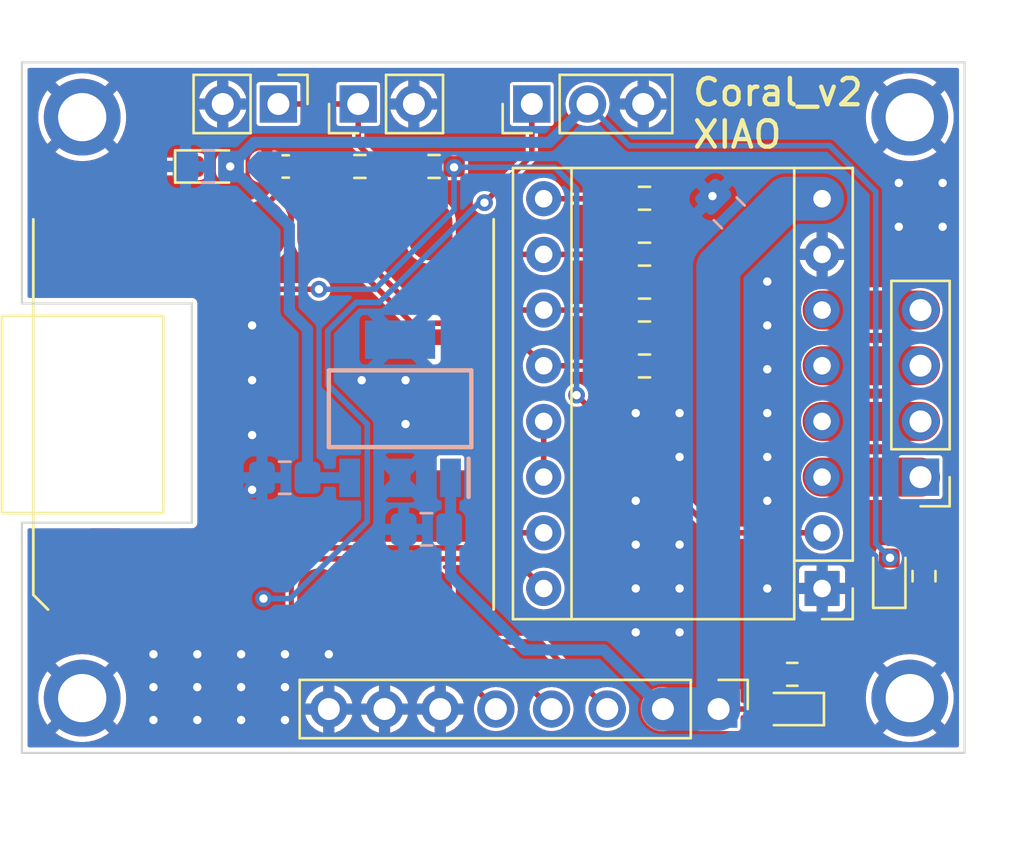
<source format=kicad_pcb>
(kicad_pcb (version 20221018) (generator pcbnew)
  (layers (0 "F.Cu" signal) (31 "B.Cu" signal) (34 "B.Paste" user) (35 "F.Paste" user) (36 "B.SilkS" user "B.Silkscreen") (37 "F.SilkS" user "F.Silkscreen") (38 "B.Mask" user) (39 "F.Mask" user) (44 "Edge.Cuts" user))
  (net 0 "")
  (net 1 "GND")
  (net 2 "VPP")
  (net 3 "LIMIT_SW_0")
  (net 4 "Net-(D4-K)")
  (net 5 "/A4988_Module/M_EN")
  (net 6 "MS1")
  (net 7 "MS2")
  (net 8 "MS3")
  (net 9 "STEP")
  (net 10 "DIR")
  (net 11 "1B")
  (net 12 "1A")
  (net 13 "+3V3")
  (net 14 "2A")
  (net 15 "Net-(D1-K)")
  (net 16 "2B")
  (net 17 "Net-(J6-Pin_1)")
  (net 18 "PWM_S")
  (net 19 "SCL")
  (net 20 "SDA")
  (net 21 "Net-(D2-K)")
  (net 22 "VCC")
  (net 23 "GPIO")
  (net 25 "Net-(A1-~{RESET})")
  (footprint "Resistor_SMD:R_0603_1608Metric_Pad0.98x0.95mm_HandSolder" (layer "F.Cu") (at 140.8 62.75 180)
    (fp_text reference "R11" hide)
    (fp_text value "10K")
    (fp_line (start -0.254724 -0.5225) (end 0.254724 -0.5225) (stroke (width 0.12)) (layer "F.SilkS"))
    (fp_line (start -0.254724 0.5225) (end 0.254724 0.5225) (stroke (width 0.12)) (layer "F.SilkS"))
    (pad "1" smd roundrect (at -0.9125 0 180) (size 0.975 0.95) (layers "F.Cu" "F.Paste" "F.Mask") (net 13 "+3V3"))
    (pad "2" smd roundrect (at 0.9125 0 180) (size 0.975 0.95) (layers "F.Cu" "F.Paste" "F.Mask") (net 17 "Net-(J6-Pin_1)"))
  )
  (footprint "Connector_PinHeader_2.54mm:PinHeader_1x03_P2.54mm_Vertical" (layer "F.Cu") (at 145.26 59.9 90)
    (fp_text reference "J3" hide)
    (fp_text value "Servo")
    (fp_line (start -1.33 -1.33) (end 0 -1.33) (stroke (width 0.12)) (layer "F.SilkS"))
    (fp_line (start -1.33 0) (end -1.33 -1.33) (stroke (width 0.12)) (layer "F.SilkS"))
    (fp_line (start -1.33 1.27) (end -1.33 6.41) (stroke (width 0.12)) (layer "F.SilkS"))
    (fp_line (start -1.33 1.27) (end 1.33 1.27) (stroke (width 0.12)) (layer "F.SilkS"))
    (fp_line (start -1.33 6.41) (end 1.33 6.41) (stroke (width 0.12)) (layer "F.SilkS"))
    (fp_line (start 1.33 1.27) (end 1.33 6.41) (stroke (width 0.12)) (layer "F.SilkS"))
    (pad "1" thru_hole rect (at 0 0 90) (size 1.7 1.7) (drill 1) (layers "*.Cu" "*.Mask") (net 18 "PWM_S"))
    (pad "2" thru_hole oval (at 0 2.54 90) (size 1.7 1.7) (drill 1) (layers "*.Cu" "*.Mask") (net 22 "VCC"))
    (pad "3" thru_hole oval (at 0 5.08 90) (size 1.7 1.7) (drill 1) (layers "*.Cu" "*.Mask") (net 1 "GND"))
  )
  (footprint "Mylib:MOUDLE14P-SMD-2.54-21X17.8MM" (layer "F.Cu") (at 143.51925 82.9605 90)
    (fp_text reference "U1" hide)
    (fp_text value "MOUDLE-SEEEDUINO-XIAO")
    (fp_line (start 0 0) (end 17.8 0) (stroke (width 0.127)) (layer "F.SilkS"))
    (fp_line (start 0.671541 -21) (end 0 -20.3285) (stroke (width 0.127)) (layer "F.SilkS"))
    (fp_line (start 4.396 -15.072) (end 4.396 -22.425) (stroke (width 0.127)) (layer "F.SilkS"))
    (fp_line (start 4.4 -22.424) (end 13.395 -22.424) (stroke (width 0.127)) (layer "F.SilkS"))
    (fp_line (start 13.395 -22.424) (end 13.395 -15.072) (stroke (width 0.127)) (layer "F.SilkS"))
    (fp_line (start 13.395 -15.072) (end 4.396 -15.072) (stroke (width 0.127)) (layer "F.SilkS"))
    (fp_line (start 17.8 -21) (end 0.671541 -21) (stroke (width 0.127)) (layer "F.SilkS"))
    (pad "1" smd roundrect (at 0.5 -18.12 90) (size 2.75 2) (layers "F.Cu" "F.Paste" "F.Mask") (roundrect_rratio 0.5) (net 9 "STEP"))
    (pad "2" smd roundrect (at 0.5 -15.58 90) (size 2.75 2) (layers "F.Cu" "F.Paste" "F.Mask") (roundrect_rratio 0.5) (net 10 "DIR"))
    (pad "3" smd roundrect (at 0.5 -13.04 90) (size 2.75 2) (layers "F.Cu" "F.Paste" "F.Mask") (roundrect_rratio 0.5))
    (pad "4" smd roundrect (at 0.5 -10.5 90) (size 2.75 2) (layers "F.Cu" "F.Paste" "F.Mask") (roundrect_rratio 0.5) (net 18 "PWM_S"))
    (pad "5" smd roundrect (at 0.5 -7.96 90) (size 2.75 2) (layers "F.Cu" "F.Paste" "F.Mask") (roundrect_rratio 0.5) (net 20 "SDA"))
    (pad "6" smd roundrect (at 0.5 -5.42 90) (size 2.75 2) (layers "F.Cu" "F.Paste" "F.Mask") (roundrect_rratio 0.5) (net 19 "SCL"))
    (pad "7" smd roundrect (at 0.5 -2.88 90) (size 2.75 2) (layers "F.Cu" "F.Paste" "F.Mask") (roundrect_rratio 0.5) (net 23 "GPIO"))
    (pad "8" smd roundrect (at 17.3 -2.88 90) (size 2.75 2) (layers "F.Cu" "F.Paste" "F.Mask") (roundrect_rratio 0.5) (net 6 "MS1"))
    (pad "9" smd roundrect (at 17.3 -5.42 90) (size 2.75 2) (layers "F.Cu" "F.Paste" "F.Mask") (roundrect_rratio 0.5) (net 7 "MS2"))
    (pad "10" smd roundrect (at 17.3 -7.96 90) (size 2.75 2) (layers "F.Cu" "F.Paste" "F.Mask") (roundrect_rratio 0.5) (net 8 "MS3"))
    (pad "11" smd roundrect (at 17.3 -10.5 90) (size 2.75 2) (layers "F.Cu" "F.Paste" "F.Mask") (roundrect_rratio 0.5) (net 3 "LIMIT_SW_0"))
    (pad "12" smd roundrect (at 17.3 -13.04 90) (size 2.75 2) (layers "F.Cu" "F.Paste" "F.Mask") (roundrect_rratio 0.5) (net 13 "+3V3"))
    (pad "13" smd roundrect (at 17.3 -15.58 90) (size 2.75 2) (layers "F.Cu" "F.Paste" "F.Mask") (roundrect_rratio 0.5) (net 1 "GND"))
    (pad "14" smd roundrect (at 17.3 -18.12 90) (size 2.75 2) (layers "F.Cu" "F.Paste" "F.Mask") (roundrect_rratio 0.5) (net 21 "Net-(D2-K)"))
    (zone (net 0) (net_name "") (layer "F.Cu") (connect_pads (clearance 0)) (min_thickness 0.01)
      (keepout (tracks not_allowed) (vias not_allowed) (pads not_allowed) (copperpour not_allowed) (footprints allowed))
      (fill (thermal_gap 0.508) (thermal_bridge_width 0.508))
      (polygon (pts (xy 122.43725 70.6415) (xy 122.43725 68.8635) (xy 125.10425 68.8635) (xy 125.10425 70.6415)))
    )
    (zone (net 0) (net_name "") (layer "F.Cu") (connect_pads (clearance 0)) (min_thickness 0.01)
      (keepout (tracks not_allowed) (vias not_allowed) (pads not_allowed) (copperpour not_allowed) (footprints allowed))
      (fill (thermal_gap 0.508) (thermal_bridge_width 0.508))
      (polygon (pts (xy 122.43725 79.2775) (xy 122.43725 77.4995) (xy 125.10425 77.4995) (xy 125.10425 79.2775)))
    )
    (zone (net 0) (net_name "") (layer "F.Cu") (connect_pads (clearance 0)) (min_thickness 0.01)
      (keepout (tracks not_allowed) (vias not_allowed) (pads not_allowed) (copperpour not_allowed) (footprints allowed))
      (fill (thermal_gap 0.508) (thermal_bridge_width 0.508))
      (polygon (pts (xy 123.19925 76.6105) (xy 123.19925 71.5305) (xy 127.64425 71.5305) (xy 127.64425 76.6105)))
    )
    (zone (net 0) (net_name "") (layer "F.Cu") (connect_pads (clearance 0)) (min_thickness 0.01)
      (keepout (tracks not_allowed) (vias not_allowed) (pads not_allowed) (copperpour not_allowed) (footprints allowed))
      (fill (thermal_gap 0.508) (thermal_bridge_width 0.508))
      (polygon (pts (xy 126.50125 70.6415) (xy 126.50125 68.8635) (xy 129.16825 68.8635) (xy 129.16825 70.6415)))
    )
    (zone (net 0) (net_name "") (layer "F.Cu") (connect_pads (clearance 0)) (min_thickness 0.01)
      (keepout (tracks not_allowed) (vias not_allowed) (pads not_allowed) (copperpour not_allowed) (footprints allowed))
      (fill (thermal_gap 0.508) (thermal_bridge_width 0.508))
      (polygon (pts (xy 126.50125 79.2775) (xy 126.50125 77.4995) (xy 129.16825 77.4995) (xy 129.16825 79.2775)))
    )
    (zone (net 0) (net_name "") (layer "F.Cu") (connect_pads (clearance 0)) (min_thickness 0.01)
      (keepout (tracks not_allowed) (vias not_allowed) (pads not_allowed) (copperpour not_allowed) (footprints allowed))
      (fill (thermal_gap 0.508) (thermal_bridge_width 0.508))
      (polygon (pts (xy 140.34425 76.6105) (xy 140.34425 70.8955) (xy 142.88425 70.8955) (xy 142.88425 76.6105)))
    )
  )
  (footprint "Resistor_SMD:R_0603_1608Metric_Pad0.98x0.95mm_HandSolder" (layer "F.Cu") (at 150.4 64.2)
    (fp_text reference "R1" hide)
    (fp_text value "499K")
    (fp_line (start -0.254724 -0.5225) (end 0.254724 -0.5225) (stroke (width 0.12)) (layer "F.SilkS"))
    (fp_line (start -0.254724 0.5225) (end 0.254724 0.5225) (stroke (width 0.12)) (layer "F.SilkS"))
    (pad "1" smd roundrect (at -0.9125 0) (size 0.975 0.95) (layers "F.Cu" "F.Paste" "F.Mask") (net 5 "/A4988_Module/M_EN"))
    (pad "2" smd roundrect (at 0.9125 0) (size 0.975 0.95) (layers "F.Cu" "F.Paste" "F.Mask") (net 1 "GND"))
  )
  (footprint "MountingHole:MountingHole_2.2mm_M2_ISO7380_Pad" (layer "F.Cu") (at 162.5 87)
    (fp_text reference "H3" hide)
    (fp_text value "M2")
    (pad "1" thru_hole circle (at 0 0) (size 3.5 3.5) (drill 2.2) (layers "*.Cu" "*.Mask") (net 1 "GND"))
  )
  (footprint "Resistor_SMD:R_0603_1608Metric_Pad0.98x0.95mm_HandSolder" (layer "F.Cu") (at 137.416666 62.75)
    (fp_text reference "R12" hide)
    (fp_text value "100")
    (fp_line (start -0.254724 -0.5225) (end 0.254724 -0.5225) (stroke (width 0.12)) (layer "F.SilkS"))
    (fp_line (start -0.254724 0.5225) (end 0.254724 0.5225) (stroke (width 0.12)) (layer "F.SilkS"))
    (pad "1" smd roundrect (at -0.9125 0) (size 0.975 0.95) (layers "F.Cu" "F.Paste" "F.Mask") (net 3 "LIMIT_SW_0"))
    (pad "2" smd roundrect (at 0.9125 0) (size 0.975 0.95) (layers "F.Cu" "F.Paste" "F.Mask") (net 17 "Net-(J6-Pin_1)"))
  )
  (footprint "Connector_PinHeader_2.54mm:PinHeader_1x02_P2.54mm_Vertical" (layer "F.Cu") (at 137.34 59.9 90)
    (fp_text reference "J7" hide)
    (fp_text value "Limit Switch")
    (fp_line (start -1.33 -1.33) (end 0 -1.33) (stroke (width 0.12)) (layer "F.SilkS"))
    (fp_line (start -1.33 0) (end -1.33 -1.33) (stroke (width 0.12)) (layer "F.SilkS"))
    (fp_line (start -1.33 1.27) (end -1.33 3.87) (stroke (width 0.12)) (layer "F.SilkS"))
    (fp_line (start -1.33 1.27) (end 1.33 1.27) (stroke (width 0.12)) (layer "F.SilkS"))
    (fp_line (start -1.33 3.87) (end 1.33 3.87) (stroke (width 0.12)) (layer "F.SilkS"))
    (fp_line (start 1.33 1.27) (end 1.33 3.87) (stroke (width 0.12)) (layer "F.SilkS"))
    (pad "1" thru_hole rect (at 0 0 90) (size 1.7 1.7) (drill 1) (layers "*.Cu" "*.Mask") (net 17 "Net-(J6-Pin_1)"))
    (pad "2" thru_hole oval (at 0 2.54 90) (size 1.7 1.7) (drill 1) (layers "*.Cu" "*.Mask") (net 1 "GND"))
  )
  (footprint "Resistor_SMD:R_0603_1608Metric_Pad0.98x0.95mm_HandSolder" (layer "F.Cu") (at 150.4 71.85)
    (fp_text reference "R4" hide)
    (fp_text value "10K")
    (fp_line (start -0.254724 -0.5225) (end 0.254724 -0.5225) (stroke (width 0.12)) (layer "F.SilkS"))
    (fp_line (start -0.254724 0.5225) (end 0.254724 0.5225) (stroke (width 0.12)) (layer "F.SilkS"))
    (pad "1" smd roundrect (at -0.9125 0) (size 0.975 0.95) (layers "F.Cu" "F.Paste" "F.Mask") (net 8 "MS3"))
    (pad "2" smd roundrect (at 0.9125 0) (size 0.975 0.95) (layers "F.Cu" "F.Paste" "F.Mask") (net 1 "GND"))
  )
  (footprint "LED_SMD:LED_0603_1608Metric" (layer "F.Cu") (at 161.566667 81.4 90)
    (fp_text reference "D1" hide)
    (fp_text value "LED_Small_Filled")
    (fp_line (start -1.485 -0.735) (end -1.485 0.735) (stroke (width 0.12)) (layer "F.SilkS"))
    (fp_line (start -1.485 0.735) (end 0.8 0.735) (stroke (width 0.12)) (layer "F.SilkS"))
    (fp_line (start 0.8 -0.735) (end -1.485 -0.735) (stroke (width 0.12)) (layer "F.SilkS"))
    (pad "1" smd roundrect (at -0.7875 0 90) (size 0.875 0.95) (layers "F.Cu" "F.Paste" "F.Mask") (net 15 "Net-(D1-K)"))
    (pad "2" smd roundrect (at 0.7875 0 90) (size 0.875 0.95) (layers "F.Cu" "F.Paste" "F.Mask") (net 22 "VCC"))
  )
  (footprint "Module:Pololu_Breakout-16_15.2x20.3mm" (layer "F.Cu") (at 158.5 82 180)
    (fp_text reference "A1" hide)
    (fp_text value "Pololu_Breakout_A4988")
    (fp_line (start -1.4 -1.4) (end -1.4 0) (stroke (width 0.12)) (layer "F.SilkS"))
    (fp_line (start -1.4 1.27) (end -1.4 19.18) (stroke (width 0.12)) (layer "F.SilkS"))
    (fp_line (start -1.4 19.18) (end 14.1 19.18) (stroke (width 0.12)) (layer "F.SilkS"))
    (fp_line (start 0 -1.4) (end -1.4 -1.4) (stroke (width 0.12)) (layer "F.SilkS"))
    (fp_line (start 1.27 -1.4) (end 1.27 1.27) (stroke (width 0.12)) (layer "F.SilkS"))
    (fp_line (start 1.27 1.27) (end -1.4 1.27) (stroke (width 0.12)) (layer "F.SilkS"))
    (fp_line (start 1.27 1.27) (end 1.27 19.18) (stroke (width 0.12)) (layer "F.SilkS"))
    (fp_line (start 11.43 -1.4) (end 11.43 19.18) (stroke (width 0.12)) (layer "F.SilkS"))
    (fp_line (start 14.1 -1.4) (end 1.27 -1.4) (stroke (width 0.12)) (layer "F.SilkS"))
    (fp_line (start 14.1 19.18) (end 14.1 -1.4) (stroke (width 0.12)) (layer "F.SilkS"))
    (pad "1" thru_hole rect (at 0 0 180) (size 1.6 1.6) (drill 0.8) (layers "*.Cu" "*.Mask") (net 1 "GND"))
    (pad "2" thru_hole oval (at 0 2.54 180) (size 1.6 1.6) (drill 0.8) (layers "*.Cu" "*.Mask") (net 13 "+3V3"))
    (pad "3" thru_hole oval (at 0 5.08 180) (size 1.6 1.6) (drill 0.8) (layers "*.Cu" "*.Mask") (net 11 "1B"))
    (pad "4" thru_hole oval (at 0 7.62 180) (size 1.6 1.6) (drill 0.8) (layers "*.Cu" "*.Mask") (net 12 "1A"))
    (pad "5" thru_hole oval (at 0 10.16 180) (size 1.6 1.6) (drill 0.8) (layers "*.Cu" "*.Mask") (net 14 "2A"))
    (pad "6" thru_hole oval (at 0 12.7 180) (size 1.6 1.6) (drill 0.8) (layers "*.Cu" "*.Mask") (net 16 "2B"))
    (pad "7" thru_hole oval (at 0 15.24 180) (size 1.6 1.6) (drill 0.8) (layers "*.Cu" "*.Mask") (net 1 "GND"))
    (pad "8" thru_hole oval (at 0 17.78 180) (size 1.6 1.6) (drill 0.8) (layers "*.Cu" "*.Mask") (net 2 "VPP"))
    (pad "9" thru_hole oval (at 12.7 17.78 180) (size 1.6 1.6) (drill 0.8) (layers "*.Cu" "*.Mask") (net 5 "/A4988_Module/M_EN"))
    (pad "10" thru_hole oval (at 12.7 15.24 180) (size 1.6 1.6) (drill 0.8) (layers "*.Cu" "*.Mask") (net 6 "MS1"))
    (pad "11" thru_hole oval (at 12.7 12.7 180) (size 1.6 1.6) (drill 0.8) (layers "*.Cu" "*.Mask") (net 7 "MS2"))
    (pad "12" thru_hole oval (at 12.7 10.16 180) (size 1.6 1.6) (drill 0.8) (layers "*.Cu" "*.Mask") (net 8 "MS3"))
    (pad "13" thru_hole oval (at 12.7 7.62 180) (size 1.6 1.6) (drill 0.8) (layers "*.Cu" "*.Mask") (net 25 "Net-(A1-~{RESET})"))
    (pad "14" thru_hole oval (at 12.7 5.08 180) (size 1.6 1.6) (drill 0.8) (layers "*.Cu" "*.Mask") (net 25 "Net-(A1-~{RESET})"))
    (pad "15" thru_hole oval (at 12.7 2.54 180) (size 1.6 1.6) (drill 0.8) (layers "*.Cu" "*.Mask") (net 9 "STEP"))
    (pad "16" thru_hole oval (at 12.7 0 180) (size 1.6 1.6) (drill 0.8) (layers "*.Cu" "*.Mask") (net 10 "DIR"))
  )
  (footprint "Diode_SMD:D_0603_1608Metric_Pad1.05x0.95mm_HandSolder" (layer "F.Cu") (at 130.65 62.75)
    (fp_text reference "D2" hide)
    (fp_text value "Schottky")
    (fp_line (start -1.66 -0.735) (end -1.66 0.735) (stroke (width 0.12)) (layer "F.SilkS"))
    (fp_line (start -1.66 0.735) (end 0.8 0.735) (stroke (width 0.12)) (layer "F.SilkS"))
    (fp_line (start 0.8 -0.735) (end -1.66 -0.735) (stroke (width 0.12)) (layer "F.SilkS"))
    (pad "1" smd roundrect (at -0.875 0) (size 1.05 0.95) (layers "F.Cu" "F.Paste" "F.Mask") (net 21 "Net-(D2-K)"))
    (pad "2" smd roundrect (at 0.875 0) (size 1.05 0.95) (layers "F.Cu" "F.Paste" "F.Mask") (net 22 "VCC"))
  )
  (footprint "Connector_PinHeader_2.54mm:PinHeader_1x02_P2.54mm_Vertical" (layer "F.Cu") (at 133.7 59.9 -90)
    (fp_text reference "J6" hide)
    (fp_text value "Limit Switch")
    (fp_line (start -1.33 -1.33) (end 0 -1.33) (stroke (width 0.12)) (layer "F.SilkS"))
    (fp_line (start -1.33 0) (end -1.33 -1.33) (stroke (width 0.12)) (layer "F.SilkS"))
    (fp_line (start -1.33 1.27) (end -1.33 3.87) (stroke (width 0.12)) (layer "F.SilkS"))
    (fp_line (start -1.33 1.27) (end 1.33 1.27) (stroke (width 0.12)) (layer "F.SilkS"))
    (fp_line (start -1.33 3.87) (end 1.33 3.87) (stroke (width 0.12)) (layer "F.SilkS"))
    (fp_line (start 1.33 1.27) (end 1.33 3.87) (stroke (width 0.12)) (layer "F.SilkS"))
    (pad "1" thru_hole rect (at 0 0 270) (size 1.7 1.7) (drill 1) (layers "*.Cu" "*.Mask") (net 17 "Net-(J6-Pin_1)"))
    (pad "2" thru_hole oval (at 0 2.54 270) (size 1.7 1.7) (drill 1) (layers "*.Cu" "*.Mask") (net 1 "GND"))
  )
  (footprint "Resistor_SMD:R_0603_1608Metric" (layer "F.Cu") (at 157.14 85.916666 180)
    (fp_text reference "R10" hide)
    (fp_text value "10k")
    (fp_line (start -0.237258 -0.5225) (end 0.237258 -0.5225) (stroke (width 0.12)) (layer "F.SilkS"))
    (fp_line (start -0.237258 0.5225) (end 0.237258 0.5225) (stroke (width 0.12)) (layer "F.SilkS"))
    (pad "1" smd roundrect (at -0.825 0 180) (size 0.8 0.95) (layers "F.Cu" "F.Paste" "F.Mask") (net 4 "Net-(D4-K)"))
    (pad "2" smd roundrect (at 0.825 0 180) (size 0.8 0.95) (layers "F.Cu" "F.Paste" "F.Mask") (net 1 "GND"))
  )
  (footprint "Resistor_SMD:R_0603_1608Metric" (layer "F.Cu") (at 163.15 81.44 90)
    (fp_text reference "R8" hide)
    (fp_text value "10k")
    (fp_line (start -0.237258 -0.5225) (end 0.237258 -0.5225) (stroke (width 0.12)) (layer "F.SilkS"))
    (fp_line (start -0.237258 0.5225) (end 0.237258 0.5225) (stroke (width 0.12)) (layer "F.SilkS"))
    (pad "1" smd roundrect (at -0.825 0 90) (size 0.8 0.95) (layers "F.Cu" "F.Paste" "F.Mask") (net 15 "Net-(D1-K)"))
    (pad "2" smd roundrect (at 0.825 0 90) (size 0.8 0.95) (layers "F.Cu" "F.Paste" "F.Mask") (net 1 "GND"))
  )
  (footprint "LED_SMD:LED_0603_1608Metric" (layer "F.Cu") (at 157.1 87.5 180)
    (fp_text reference "D4" hide)
    (fp_text value "LED_Small_Filled")
    (fp_line (start -1.485 -0.735) (end -1.485 0.735) (stroke (width 0.12)) (layer "F.SilkS"))
    (fp_line (start -1.485 0.735) (end 0.8 0.735) (stroke (width 0.12)) (layer "F.SilkS"))
    (fp_line (start 0.8 -0.735) (end -1.485 -0.735) (stroke (width 0.12)) (layer "F.SilkS"))
    (pad "1" smd roundrect (at -0.7875 0 180) (size 0.875 0.95) (layers "F.Cu" "F.Paste" "F.Mask") (net 4 "Net-(D4-K)"))
    (pad "2" smd roundrect (at 0.7875 0 180) (size 0.875 0.95) (layers "F.Cu" "F.Paste" "F.Mask") (net 2 "VPP"))
  )
  (footprint "MountingHole:MountingHole_2.2mm_M2_ISO7380_Pad" (layer "F.Cu") (at 124.75 60.5)
    (fp_text reference "H2" hide)
    (fp_text value "M2")
    (pad "1" thru_hole circle (at 0 0) (size 3.5 3.5) (drill 2.2) (layers "*.Cu" "*.Mask") (net 1 "GND"))
  )
  (footprint "Capacitor_SMD:C_0603_1608Metric_Pad1.08x0.95mm_HandSolder" (layer "F.Cu") (at 134.033333 62.75 180)
    (fp_text reference "C2" hide)
    (fp_text value "0.01uF")
    (fp_line (start -0.146267 -0.51) (end 0.146267 -0.51) (stroke (width 0.12)) (layer "F.SilkS"))
    (fp_line (start -0.146267 0.51) (end 0.146267 0.51) (stroke (width 0.12)) (layer "F.SilkS"))
    (pad "1" smd roundrect (at -0.8625 0 180) (size 1.075 0.95) (layers "F.Cu" "F.Paste" "F.Mask") (net 3 "LIMIT_SW_0"))
    (pad "2" smd roundrect (at 0.8625 0 180) (size 1.075 0.95) (layers "F.Cu" "F.Paste" "F.Mask") (net 1 "GND"))
  )
  (footprint "MountingHole:MountingHole_2.2mm_M2_ISO7380_Pad" (layer "F.Cu") (at 162.5 60.5)
    (fp_text reference "H4" hide)
    (fp_text value "M2")
    (pad "1" thru_hole circle (at 0 0) (size 3.5 3.5) (drill 2.2) (layers "*.Cu" "*.Mask") (net 1 "GND"))
  )
  (footprint "MountingHole:MountingHole_2.2mm_M2_ISO7380_Pad" (layer "F.Cu") (at 124.75 87)
    (fp_text reference "H1" hide)
    (fp_text value "M2")
    (pad "1" thru_hole circle (at 0 0) (size 3.5 3.5) (drill 2.2) (layers "*.Cu" "*.Mask") (net 1 "GND"))
  )
  (footprint "Resistor_SMD:R_0603_1608Metric_Pad0.98x0.95mm_HandSolder" (layer "F.Cu") (at 150.4 69.3)
    (fp_text reference "R3" hide)
    (fp_text value "10K")
    (fp_line (start -0.254724 -0.5225) (end 0.254724 -0.5225) (stroke (width 0.12)) (layer "F.SilkS"))
    (fp_line (start -0.254724 0.5225) (end 0.254724 0.5225) (stroke (width 0.12)) (layer "F.SilkS"))
    (pad "1" smd roundrect (at -0.9125 0) (size 0.975 0.95) (layers "F.Cu" "F.Paste" "F.Mask") (net 7 "MS2"))
    (pad "2" smd roundrect (at 0.9125 0) (size 0.975 0.95) (layers "F.Cu" "F.Paste" "F.Mask") (net 1 "GND"))
  )
  (footprint "Connector_PinHeader_2.54mm:PinHeader_1x04_P2.54mm_Vertical" (layer "F.Cu") (at 162.99 76.92 180)
    (fp_text reference "J4" hide)
    (fp_text value "Limit Switch")
    (fp_line (start -1.33 -1.33) (end 0 -1.33) (stroke (width 0.12)) (layer "F.SilkS"))
    (fp_line (start -1.33 0) (end -1.33 -1.33) (stroke (width 0.12)) (layer "F.SilkS"))
    (fp_line (start -1.33 1.27) (end -1.33 8.95) (stroke (width 0.12)) (layer "F.SilkS"))
    (fp_line (start -1.33 1.27) (end 1.33 1.27) (stroke (width 0.12)) (layer "F.SilkS"))
    (fp_line (start -1.33 8.95) (end 1.33 8.95) (stroke (width 0.12)) (layer "F.SilkS"))
    (fp_line (start 1.33 1.27) (end 1.33 8.95) (stroke (width 0.12)) (layer "F.SilkS"))
    (pad "1" thru_hole rect (at 0 0 180) (size 1.7 1.7) (drill 1) (layers "*.Cu" "*.Mask") (net 11 "1B"))
    (pad "2" thru_hole oval (at 0 2.54 180) (size 1.7 1.7) (drill 1) (layers "*.Cu" "*.Mask") (net 12 "1A"))
    (pad "3" thru_hole oval (at 0 5.08 180) (size 1.7 1.7) (drill 1) (layers "*.Cu" "*.Mask") (net 14 "2A"))
    (pad "4" thru_hole oval (at 0 7.62 180) (size 1.7 1.7) (drill 1) (layers "*.Cu" "*.Mask") (net 16 "2B"))
  )
  (footprint "Connector_PinHeader_2.54mm:PinHeader_1x08_P2.54mm_Vertical" (layer "F.Cu") (at 153.78 87.5 -90)
    (fp_text reference "J1" hide)
    (fp_text value "Conn_01x08_Pin")
    (fp_line (start -1.33 -1.33) (end 0 -1.33) (stroke (width 0.12)) (layer "F.SilkS"))
    (fp_line (start -1.33 0) (end -1.33 -1.33) (stroke (width 0.12)) (layer "F.SilkS"))
    (fp_line (start -1.33 1.27) (end -1.33 19.11) (stroke (width 0.12)) (layer "F.SilkS"))
    (fp_line (start -1.33 1.27) (end 1.33 1.27) (stroke (width 0.12)) (layer "F.SilkS"))
    (fp_line (start -1.33 19.11) (end 1.33 19.11) (stroke (width 0.12)) (layer "F.SilkS"))
    (fp_line (start 1.33 1.27) (end 1.33 19.11) (stroke (width 0.12)) (layer "F.SilkS"))
    (pad "1" thru_hole rect (at 0 0 270) (size 1.7 1.7) (drill 1) (layers "*.Cu" "*.Mask") (net 2 "VPP"))
    (pad "2" thru_hole oval (at 0 2.54 270) (size 1.7 1.7) (drill 1) (layers "*.Cu" "*.Mask") (net 2 "VPP"))
    (pad "3" thru_hole oval (at 0 5.08 270) (size 1.7 1.7) (drill 1) (layers "*.Cu" "*.Mask") (net 23 "GPIO"))
    (pad "4" thru_hole oval (at 0 7.62 270) (size 1.7 1.7) (drill 1) (layers "*.Cu" "*.Mask") (net 19 "SCL"))
    (pad "5" thru_hole oval (at 0 10.16 270) (size 1.7 1.7) (drill 1) (layers "*.Cu" "*.Mask") (net 20 "SDA"))
    (pad "6" thru_hole oval (at 0 12.7 270) (size 1.7 1.7) (drill 1) (layers "*.Cu" "*.Mask") (net 1 "GND"))
    (pad "7" thru_hole oval (at 0 15.24 270) (size 1.7 1.7) (drill 1) (layers "*.Cu" "*.Mask") (net 1 "GND"))
    (pad "8" thru_hole oval (at 0 17.78 270) (size 1.7 1.7) (drill 1) (layers "*.Cu" "*.Mask") (net 1 "GND"))
  )
  (footprint "Resistor_SMD:R_0603_1608Metric_Pad0.98x0.95mm_HandSolder" (layer "F.Cu") (at 150.4 66.75)
    (fp_text reference "R2" hide)
    (fp_text value "10K")
    (fp_line (start -0.254724 -0.5225) (end 0.254724 -0.5225) (stroke (width 0.12)) (layer "F.SilkS"))
    (fp_line (start -0.254724 0.5225) (end 0.254724 0.5225) (stroke (width 0.12)) (layer "F.SilkS"))
    (pad "1" smd roundrect (at -0.9125 0) (size 0.975 0.95) (layers "F.Cu" "F.Paste" "F.Mask") (net 6 "MS1"))
    (pad "2" smd roundrect (at 0.9125 0) (size 0.975 0.95) (layers "F.Cu" "F.Paste" "F.Mask") (net 1 "GND"))
  )
  (footprint "Capacitor_SMD:C_0805_2012Metric_Pad1.18x1.45mm_HandSolder" (layer "B.Cu") (at 140.45 79.3 180)
    (fp_text reference "C4" hide)
    (fp_text value "0.47uF")
    (fp_line (start -0.261252 -0.735) (end 0.261252 -0.735) (stroke (width 0.12)) (layer "B.SilkS"))
    (fp_line (start -0.261252 0.735) (end 0.261252 0.735) (stroke (width 0.12)) (layer "B.SilkS"))
    (pad "1" smd roundrect (at -1.0375 0 180) (size 1.175 1.45) (layers "B.Cu" "B.Paste" "B.Mask") (roundrect_rratio 0.2127659574) (net 2 "VPP"))
    (pad "2" smd roundrect (at 1.0375 0 180) (size 1.175 1.45) (layers "B.Cu" "B.Paste" "B.Mask") (roundrect_rratio 0.2127659574) (net 1 "GND"))
  )
  (footprint "Capacitor_SMD:C_0805_2012Metric_Pad1.18x1.45mm_HandSolder" (layer "B.Cu") (at 130.5 62.75 180)
    (fp_text reference "C5" hide)
    (fp_text value "0.1uF")
    (fp_line (start -0.261252 -0.735) (end 0.261252 -0.735) (stroke (width 0.12)) (layer "B.SilkS"))
    (fp_line (start -0.261252 0.735) (end 0.261252 0.735) (stroke (width 0.12)) (layer "B.SilkS"))
    (pad "1" smd roundrect (at -1.0375 0 180) (size 1.175 1.45) (layers "B.Cu" "B.Paste" "B.Mask") (roundrect_rratio 0.2127659574) (net 22 "VCC"))
    (pad "2" smd roundrect (at 1.0375 0 180) (size 1.175 1.45) (layers "B.Cu" "B.Paste" "B.Mask") (roundrect_rratio 0.2127659574) (net 1 "GND"))
  )
  (footprint "Capacitor_SMD:C_0805_2012Metric_Pad1.18x1.45mm_HandSolder" (layer "B.Cu") (at 154.266377 64.866377 135)
    (fp_text reference "C1" hide)
    (fp_text value "0.1uF")
    (fp_line (start -0.261252 -0.735) (end 0.261252 -0.735) (stroke (width 0.12)) (layer "B.SilkS"))
    (fp_line (start -0.261252 0.735) (end 0.261252 0.735) (stroke (width 0.12)) (layer "B.SilkS"))
    (pad "1" smd roundrect (at -1.0375 0 135) (size 1.175 1.45) (layers "B.Cu" "B.Paste" "B.Mask") (roundrect_rratio 0.2127659574) (net 2 "VPP"))
    (pad "2" smd roundrect (at 1.0375 0 135) (size 1.175 1.45) (layers "B.Cu" "B.Paste" "B.Mask") (roundrect_rratio 0.2127659574) (net 1 "GND"))
  )
  (footprint "SamacSys_Parts:SOT230P700X180-4N" (layer "B.Cu") (at 139.25 73.8 90)
    (fp_text reference "IC1" hide)
    (fp_text value "LM2940IMP-5.0_NOPB" hide)
    (fp_line (start -4.025 3.125) (end -2.275 3.125) (stroke (width 0.2)) (layer "B.SilkS"))
    (fp_line (start -1.75 -3.25) (end -1.75 3.25) (stroke (width 0.2)) (layer "B.SilkS"))
    (fp_line (start -1.75 3.25) (end 1.75 3.25) (stroke (width 0.2)) (layer "B.SilkS"))
    (fp_line (start 1.75 -3.25) (end -1.75 -3.25) (stroke (width 0.2)) (layer "B.SilkS"))
    (fp_line (start 1.75 3.25) (end 1.75 -3.25) (stroke (width 0.2)) (layer "B.SilkS"))
    (pad "1" smd rect (at -3.15 2.3) (size 0.95 1.75) (layers "B.Cu" "B.Paste" "B.Mask") (net 2 "VPP"))
    (pad "2" smd rect (at -3.15 0) (size 0.95 1.75) (layers "B.Cu" "B.Paste" "B.Mask") (net 1 "GND"))
    (pad "3" smd rect (at -3.15 -2.3) (size 0.95 1.75) (layers "B.Cu" "B.Paste" "B.Mask") (net 22 "VCC"))
    (pad "4" smd rect (at 3.15 0 90) (size 1.75 3.2) (layers "B.Cu" "B.Paste" "B.Mask") (net 1 "GND"))
  )
  (footprint "Capacitor_SMD:C_0805_2012Metric_Pad1.18x1.45mm_HandSolder" (layer "B.Cu") (at 133.9875 76.95 180)
    (fp_text reference "C3" hide)
    (fp_text value "22uF")
    (fp_line (start -0.261252 -0.735) (end 0.261252 -0.735) (stroke (width 0.12)) (layer "B.SilkS"))
    (fp_line (start -0.261252 0.735) (end 0.261252 0.735) (stroke (width 0.12)) (layer "B.SilkS"))
    (pad "1" smd roundrect (at -1.0375 0 180) (size 1.175 1.45) (layers "B.Cu" "B.Paste" "B.Mask") (roundrect_rratio 0.2127659574) (net 22 "VCC"))
    (pad "2" smd roundrect (at 1.0375 0 180) (size 1.175 1.45) (layers "B.Cu" "B.Paste" "B.Mask") (roundrect_rratio 0.2127659574) (net 1 "GND"))
  )
  (gr_line (start 122 58) (end 165 58) (stroke (width 0.1)) (layer "Edge.Cuts"))
  (gr_line (start 129.75 69) (end 122 69) (stroke (width 0.1)) (layer "Edge.Cuts"))
  (gr_line (start 122 89.5) (end 122 79) (stroke (width 0.1)) (layer "Edge.Cuts"))
  (gr_line (start 122 69) (end 122 58) (stroke (width 0.1)) (layer "Edge.Cuts"))
  (gr_line (start 165 58) (end 165 89.5) (stroke (width 0.1)) (layer "Edge.Cuts"))
  (gr_line (start 165 89.5) (end 122 89.5) (stroke (width 0.1)) (layer "Edge.Cuts"))
  (gr_line (start 122 79) (end 129.75 79) (stroke (width 0.1)) (layer "Edge.Cuts"))
  (gr_line (start 129.75 79) (end 129.75 69) (stroke (width 0.1)) (layer "Edge.Cuts"))
  (gr_text "Coral_v2\nXIAO" (at 152.5 62) (layer "F.SilkS") (effects (font (size 1.2 1.2) (thickness 0.2) bold) (justify left bottom)))
  (via (at 132 86.5) (size 0.762) (drill 0.381) (layers "F.Cu" "B.Cu") (net 1))
  (via (at 156 78) (size 0.762) (drill 0.381) (layers "F.Cu" "B.Cu") (net 1))
  (via (at 128 86.5) (size 0.762) (drill 0.381) (layers "F.Cu" "B.Cu") (net 1))
  (via (at 132 88) (size 0.762) (drill 0.381) (layers "F.Cu" "B.Cu") (net 1))
  (via (at 130 85) (size 0.762) (drill 0.381) (layers "F.Cu" "B.Cu") (net 1))
  (via (at 132.5 75) (size 0.762) (drill 0.381) (layers "F.Cu" "B.Cu") (net 1))
  (via (at 152 84) (size 0.762) (drill 0.381) (layers "F.Cu" "B.Cu") (net 1))
  (via (at 150 78) (size 0.762) (drill 0.381) (layers "F.Cu" "B.Cu") (net 1))
  (via (at 128 85) (size 0.762) (drill 0.381) (layers "F.Cu" "B.Cu") (net 1))
  (via (at 134 88) (size 0.762) (drill 0.381) (layers "F.Cu" "B.Cu") (net 1))
  (via (at 134 85) (size 0.762) (drill 0.381) (layers "F.Cu" "B.Cu") (net 1))
  (via (at 128 88) (size 0.762) (drill 0.381) (layers "F.Cu" "B.Cu") (net 1))
  (via (at 156 82) (size 0.762) (drill 0.381) (layers "F.Cu" "B.Cu") (net 1))
  (via (at 164 65.5) (size 0.762) (drill 0.381) (layers "F.Cu" "B.Cu") (net 1))
  (via (at 137.5 72.5) (size 0.762) (drill 0.381) (layers "F.Cu" "B.Cu") (net 1))
  (via (at 130 88) (size 0.762) (drill 0.381) (layers "F.Cu" "B.Cu") (net 1))
  (via (at 156 72) (size 0.762) (drill 0.381) (layers "F.Cu" "B.Cu") (net 1))
  (via (at 134 86.5) (size 0.762) (drill 0.381) (layers "F.Cu" "B.Cu") (net 1))
  (via (at 139.5 74.5) (size 0.762) (drill 0.381) (layers "F.Cu" "B.Cu") (net 1))
  (via (at 132.5 72.5) (size 0.762) (drill 0.381) (layers "F.Cu" "B.Cu") (net 1))
  (via (at 152 76) (size 0.762) (drill 0.381) (layers "F.Cu" "B.Cu") (net 1))
  (via (at 152 80) (size 0.762) (drill 0.381) (layers "F.Cu" "B.Cu") (net 1))
  (via (at 132 85) (size 0.762) (drill 0.381) (layers "F.Cu" "B.Cu") (net 1))
  (via (at 152 82) (size 0.762) (drill 0.381) (layers "F.Cu" "B.Cu") (net 1))
  (via (at 150 80) (size 0.762) (drill 0.381) (layers "F.Cu" "B.Cu") (net 1))
  (via (at 130 86.5) (size 0.762) (drill 0.381) (layers "F.Cu" "B.Cu") (net 1))
  (via (at 162 63.5) (size 0.762) (drill 0.381) (layers "F.Cu" "B.Cu") (net 1))
  (via (at 156 68) (size 0.762) (drill 0.381) (layers "F.Cu" "B.Cu") (net 1))
  (via (at 162 65.5) (size 0.762) (drill 0.381) (layers "F.Cu" "B.Cu") (net 1))
  (via (at 132.5 70) (size 0.762) (drill 0.381) (layers "F.Cu" "B.Cu") (net 1))
  (via (at 150 84) (size 0.762) (drill 0.381) (layers "F.Cu" "B.Cu") (net 1))
  (via (at 156 70) (size 0.762) (drill 0.381) (layers "F.Cu" "B.Cu") (net 1))
  (via (at 153.5 64.1) (size 0.762) (drill 0.381) (layers "F.Cu" "B.Cu") (net 1))
  (via (at 164 63.5) (size 0.762) (drill 0.381) (layers "F.Cu" "B.Cu") (net 1))
  (via (at 152 74) (size 0.762) (drill 0.381) (layers "F.Cu" "B.Cu") (net 1))
  (via (at 150 82) (size 0.762) (drill 0.381) (layers "F.Cu" "B.Cu") (net 1))
  (via (at 136 85) (size 0.762) (drill 0.381) (layers "F.Cu" "B.Cu") (net 1))
  (via (at 150 74) (size 0.762) (drill 0.381) (layers "F.Cu" "B.Cu") (net 1))
  (via (at 139.5 72.5) (size 0.762) (drill 0.381) (layers "F.Cu" "B.Cu") (net 1))
  (via (at 156 76) (size 0.762) (drill 0.381) (layers "F.Cu" "B.Cu") (net 1))
  (via (at 132.5 77.5) (size 0.762) (drill 0.381) (layers "F.Cu" "B.Cu") (net 1))
  (via (at 156 74) (size 0.762) (drill 0.381) (layers "F.Cu" "B.Cu") (net 1))
  (segment (start 156.3125 87.5) (end 153.775 87.5) (width 0.254) (layer "F.Cu") (net 2))
  (segment (start 148.54 84.8) (end 144.95 84.8) (width 0.508) (layer "B.Cu") (net 2))
  (segment (start 144.95 84.8) (end 141.55 81.4) (width 0.508) (layer "B.Cu") (net 2))
  (segment (start 153.7625 67.3375) (end 153.7625 87.4825) (width 2) (layer "B.Cu") (net 2))
  (segment (start 158.5 64.22) (end 156.88 64.22) (width 2) (layer "B.Cu") (net 2))
  (segment (start 141.55 81.4) (end 141.55 76.95) (width 0.508) (layer "B.Cu") (net 2))
  (segment (start 151.24 87.5) (end 148.54 84.8) (width 0.508) (layer "B.Cu") (net 2))
  (segment (start 153.78 87.5) (end 151.24 87.5) (width 1.9812) (layer "B.Cu") (net 2))
  (segment (start 156.88 64.22) (end 153.7625 67.3375) (width 2) (layer "B.Cu") (net 2))
  (segment (start 133.01925 65.6605) (end 133.01925 64.626583) (width 0.254) (layer "F.Cu") (net 3))
  (segment (start 133.01925 64.626583) (end 134.895833 62.75) (width 0.254) (layer "F.Cu") (net 3))
  (segment (start 134.895833 62.75) (end 136.504166 62.75) (width 0.254) (layer "F.Cu") (net 3))
  (segment (start 157.8875 85.994166) (end 157.965 85.916666) (width 0.254) (layer "F.Cu") (net 4))
  (segment (start 157.8875 87.5) (end 157.8875 85.994166) (width 0.254) (layer "F.Cu") (net 4))
  (segment (start 145.8 64.22) (end 149.4675 64.22) (width 0.254) (layer "F.Cu") (net 5))
  (segment (start 149.4675 64.22) (end 149.4875 64.2) (width 0.254) (layer "F.Cu") (net 5))
  (segment (start 145.8 66.76) (end 149.4775 66.76) (width 0.254) (layer "F.Cu") (net 6))
  (segment (start 145.8 66.76) (end 141.73875 66.76) (width 0.254) (layer "F.Cu") (net 6))
  (segment (start 141.73875 66.76) (end 140.63925 65.6605) (width 0.254) (layer "F.Cu") (net 6))
  (segment (start 149.4775 66.76) (end 149.4875 66.75) (width 0.254) (layer "F.Cu") (net 6))
  (segment (start 138.09925 65.6605) (end 138.09925 67.44925) (width 0.254) (layer "F.Cu") (net 7))
  (segment (start 139.95 69.3) (end 145.8 69.3) (width 0.254) (layer "F.Cu") (net 7))
  (segment (start 138.09925 67.44925) (end 139.95 69.3) (width 0.254) (layer "F.Cu") (net 7))
  (segment (start 145.8 69.3) (end 149.4875 69.3) (width 0.254) (layer "F.Cu") (net 7))
  (segment (start 135.55925 65.6605) (end 139.79875 69.9) (width 0.254) (layer "F.Cu") (net 8))
  (segment (start 139.79875 69.9) (end 143.86 69.9) (width 0.254) (layer "F.Cu") (net 8))
  (segment (start 143.86 69.9) (end 145.8 71.84) (width 0.254) (layer "F.Cu") (net 8))
  (segment (start 149.4775 71.84) (end 149.4875 71.85) (width 0.254) (layer "F.Cu") (net 8))
  (segment (start 145.8 71.84) (end 149.4775 71.84) (width 0.254) (layer "F.Cu") (net 8))
  (segment (start 145.8 79.46) (end 143.63 79.46) (width 0.254) (layer "F.Cu") (net 9))
  (segment (start 125.39925 82.4605) (end 127.70975 80.15) (width 0.254) (layer "F.Cu") (net 9))
  (segment (start 142.94 80.15) (end 140.7 80.15) (width 0.254) (layer "F.Cu") (net 9))
  (segment (start 127.70975 80.15) (end 140.7 80.15) (width 0.254) (layer "F.Cu") (net 9))
  (segment (start 143.63 79.46) (end 142.94 80.15) (width 0.254) (layer "F.Cu") (net 9))
  (segment (start 144.45 80.65) (end 145.8 82) (width 0.254) (layer "F.Cu") (net 10))
  (segment (start 127.93925 82.4605) (end 129.74975 80.65) (width 0.254) (layer "F.Cu") (net 10))
  (segment (start 129.74975 80.65) (end 144.45 80.65) (width 0.254) (layer "F.Cu") (net 10))
  (segment (start 158.5 76.92) (end 162.99 76.92) (width 1.778) (layer "F.Cu") (net 11))
  (segment (start 158.5 74.38) (end 162.99 74.38) (width 1.778) (layer "F.Cu") (net 12))
  (segment (start 153.58 79.46) (end 158.5 79.46) (width 0.254) (layer "F.Cu") (net 13))
  (segment (start 147.3 73.18) (end 153.58 79.46) (width 0.254) (layer "F.Cu") (net 13))
  (segment (start 130.47925 65.6605) (end 133.16875 68.35) (width 0.254) (layer "F.Cu") (net 13))
  (segment (start 133.16875 68.35) (end 135.55 68.35) (width 0.254) (layer "F.Cu") (net 13))
  (via (at 147.3 73.18) (size 0.762) (drill 0.381) (layers "F.Cu" "B.Cu") (net 13))
  (via (at 141.7125 62.7869) (size 0.762) (drill 0.381) (layers "F.Cu" "B.Cu") (net 13))
  (via (at 135.55 68.35) (size 0.762) (drill 0.381) (layers "F.Cu" "B.Cu") (net 13))
  (segment (start 146.3069 62.7869) (end 141.7125 62.7869) (width 0.254) (layer "B.Cu") (net 13))
  (segment (start 135.55 68.35) (end 138.1 68.35) (width 0.254) (layer "B.Cu") (net 13))
  (segment (start 141.7125 64.7375) (end 141.7125 62.7869) (width 0.254) (layer "B.Cu") (net 13))
  (segment (start 147.3 73.18) (end 147.3 63.78) (width 0.254) (layer "B.Cu") (net 13))
  (segment (start 147.3 63.78) (end 146.3069 62.7869) (width 0.254) (layer "B.Cu") (net 13))
  (segment (start 138.1 68.35) (end 141.7125 64.7375) (width 0.254) (layer "B.Cu") (net 13))
  (segment (start 158.5 71.84) (end 162.99 71.84) (width 1.778) (layer "F.Cu") (net 14))
  (segment (start 163.0725 82.1875) (end 163.15 82.265) (width 0.254) (layer "F.Cu") (net 15))
  (segment (start 161.566667 82.1875) (end 163.0725 82.1875) (width 0.254) (layer "F.Cu") (net 15))
  (segment (start 158.5 69.3) (end 162.99 69.3) (width 1.778) (layer "F.Cu") (net 16))
  (segment (start 133.7 59.9) (end 137.34 59.9) (width 0.254) (layer "F.Cu") (net 17))
  (segment (start 137.34 61.760834) (end 138.329166 62.75) (width 0.254) (layer "F.Cu") (net 17))
  (segment (start 137.34 59.9) (end 137.34 61.760834) (width 0.254) (layer "F.Cu") (net 17))
  (segment (start 138.329166 62.75) (end 139.8875 62.75) (width 0.254) (layer "F.Cu") (net 17))
  (segment (start 145.26 62.24) (end 143.1 64.4) (width 0.254) (layer "F.Cu") (net 18))
  (segment (start 145.26 59.9) (end 145.26 62.24) (width 0.254) (layer "F.Cu") (net 18))
  (via (at 143.1 64.4) (size 0.762) (drill 0.381) (layers "F.Cu" "B.Cu") (net 18))
  (via (at 133.01925 82.4605) (size 0.762) (drill 0.381) (layers "F.Cu" "B.Cu") (net 18))
  (segment (start 143.1 64.4) (end 142.85 64.4) (width 0.254) (layer "B.Cu") (net 18))
  (segment (start 137.75 74.5) (end 137.75 78.95) (width 0.254) (layer "B.Cu") (net 18))
  (segment (start 135.95 70.25) (end 135.95 72.7) (width 0.254) (layer "B.Cu") (net 18))
  (segment (start 142.85 64.4) (end 138.3 68.95) (width 0.254) (layer "B.Cu") (net 18))
  (segment (start 135.95 72.7) (end 137.75 74.5) (width 0.254) (layer "B.Cu") (net 18))
  (segment (start 138.3 68.95) (end 137.25 68.95) (width 0.254) (layer "B.Cu") (net 18))
  (segment (start 137.75 78.95) (end 134.2395 82.4605) (width 0.254) (layer "B.Cu") (net 18))
  (segment (start 134.2395 82.4605) (end 133.01925 82.4605) (width 0.254) (layer "B.Cu") (net 18))
  (segment (start 137.25 68.95) (end 135.95 70.25) (width 0.254) (layer "B.Cu") (net 18))
  (segment (start 138.09925 82.4605) (end 140.48235 84.8436) (width 0.254) (layer "F.Cu") (net 19))
  (segment (start 140.48235 84.8436) (end 143.5036 84.8436) (width 0.254) (layer "F.Cu") (net 19))
  (segment (start 143.5036 84.8436) (end 146.16 87.5) (width 0.254) (layer "F.Cu") (net 19))
  (segment (start 135.55925 82.4605) (end 138.34875 85.25) (width 0.254) (layer "F.Cu") (net 20))
  (segment (start 138.34875 85.25) (end 141.37 85.25) (width 0.254) (layer "F.Cu") (net 20))
  (segment (start 141.37 85.25) (end 143.62 87.5) (width 0.254) (layer "F.Cu") (net 20))
  (segment (start 128.30975 62.75) (end 125.39925 65.6605) (width 0.508) (layer "F.Cu") (net 21))
  (segment (start 129.775 62.75) (end 128.30975 62.75) (width 0.508) (layer "F.Cu") (net 21))
  (via (at 131.5 62.75) (size 0.762) (drill 0.381) (layers "F.Cu" "B.Cu") (net 22))
  (via (at 161.6 80.6) (size 0.762) (drill 0.381) (layers "F.Cu" "B.Cu") (net 22))
  (segment (start 136.95 76.95) (end 135.025 76.95) (width 0.508) (layer "B.Cu") (net 22))
  (segment (start 135.025 70.175) (end 134.2 69.35) (width 0.508) (layer "B.Cu") (net 22))
  (segment (start 134.2 69.35) (end 134.2 65.45) (width 0.508) (layer "B.Cu") (net 22))
  (segment (start 160.95 63.9) (end 158.85 61.8) (width 0.254) (layer "B.Cu") (net 22))
  (segment (start 134.2 65.45) (end 131.5 62.75) (width 0.508) (layer "B.Cu") (net 22))
  (segment (start 146.05 61.65) (end 132.6 61.65) (width 0.508) (layer "B.Cu") (net 22))
  (segment (start 161.6 80.6) (end 160.95 79.95) (width 0.254) (layer "B.Cu") (net 22))
  (segment (start 132.6 61.65) (end 131.5 62.75) (width 0.508) (layer "B.Cu") (net 22))
  (segment (start 160.95 79.95) (end 160.95 63.9) (width 0.254) (layer "B.Cu") (net 22))
  (segment (start 135.025 76.95) (end 135.025 70.175) (width 0.508) (layer "B.Cu") (net 22))
  (segment (start 149.7 61.8) (end 147.8 59.9) (width 0.254) (layer "B.Cu") (net 22))
  (segment (start 158.85 61.8) (end 149.7 61.8) (width 0.254) (layer "B.Cu") (net 22))
  (segment (start 147.8 59.9) (end 146.05 61.65) (width 0.508) (layer "B.Cu") (net 22))
  (segment (start 140.63925 82.4605) (end 142.61595 84.4372) (width 0.254) (layer "F.Cu") (net 23))
  (segment (start 142.61595 84.4372) (end 145.6372 84.4372) (width 0.254) (layer "F.Cu") (net 23))
  (segment (start 145.6372 84.4372) (end 148.7 87.5) (width 0.254) (layer "F.Cu") (net 23))
  (segment (start 145.8 74.38) (end 145.8 76.92) (width 0.254) (layer "F.Cu") (net 25))
  (zone (net 1) (net_name "GND") (layers "F&B.Cu") (connect_pads (clearance 0.1524)) (min_thickness 0.1778) (fill yes (thermal_gap 0.254) (thermal_bridge_width 0.508))
    (polygon (pts (xy 121 57) (xy 166 57) (xy 166 89.75) (xy 121 89.75)))
  )
)
</source>
